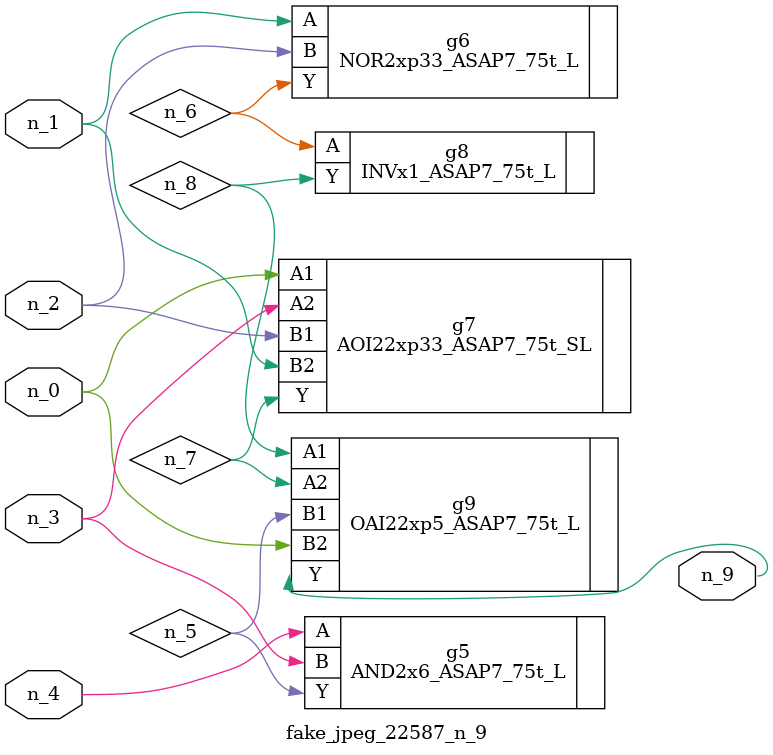
<source format=v>
module fake_jpeg_22587_n_9 (n_3, n_2, n_1, n_0, n_4, n_9);

input n_3;
input n_2;
input n_1;
input n_0;
input n_4;

output n_9;

wire n_8;
wire n_6;
wire n_5;
wire n_7;

AND2x6_ASAP7_75t_L g5 ( 
.A(n_4),
.B(n_3),
.Y(n_5)
);

NOR2xp33_ASAP7_75t_L g6 ( 
.A(n_1),
.B(n_2),
.Y(n_6)
);

AOI22xp33_ASAP7_75t_SL g7 ( 
.A1(n_0),
.A2(n_3),
.B1(n_2),
.B2(n_1),
.Y(n_7)
);

INVx1_ASAP7_75t_L g8 ( 
.A(n_6),
.Y(n_8)
);

OAI22xp5_ASAP7_75t_L g9 ( 
.A1(n_8),
.A2(n_7),
.B1(n_5),
.B2(n_0),
.Y(n_9)
);


endmodule
</source>
